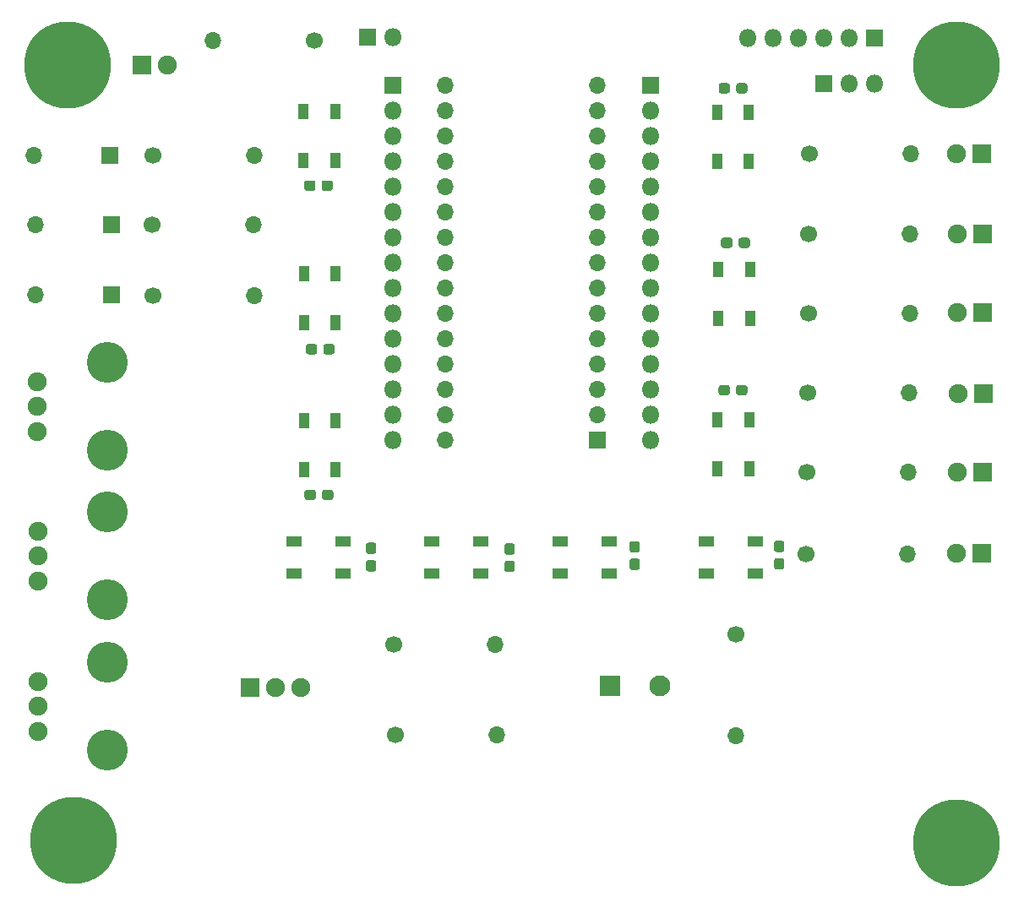
<source format=gbr>
%TF.GenerationSoftware,KiCad,Pcbnew,(5.1.6)-1*%
%TF.CreationDate,2021-11-13T00:29:39-05:00*%
%TF.ProjectId,ArduinoLearningBoard,41726475-696e-46f4-9c65-61726e696e67,rev?*%
%TF.SameCoordinates,Original*%
%TF.FileFunction,Soldermask,Top*%
%TF.FilePolarity,Negative*%
%FSLAX46Y46*%
G04 Gerber Fmt 4.6, Leading zero omitted, Abs format (unit mm)*
G04 Created by KiCad (PCBNEW (5.1.6)-1) date 2021-11-13 00:29:39*
%MOMM*%
%LPD*%
G01*
G04 APERTURE LIST*
%ADD10R,1.600000X1.100000*%
%ADD11R,1.700000X1.700000*%
%ADD12O,1.700000X1.700000*%
%ADD13R,2.100000X2.100000*%
%ADD14C,2.100000*%
%ADD15R,1.100000X1.600000*%
%ADD16R,1.900000X1.900000*%
%ADD17C,1.900000*%
%ADD18C,8.700000*%
%ADD19C,1.000000*%
%ADD20R,1.800000X1.800000*%
%ADD21O,1.800000X1.800000*%
%ADD22C,1.700000*%
%ADD23C,4.100000*%
%ADD24O,1.900000X1.900000*%
G04 APERTURE END LIST*
D10*
%TO.C,D17*%
X70150000Y-75160000D03*
X70150000Y-78360000D03*
X75050000Y-75160000D03*
X75050000Y-78360000D03*
%TD*%
%TO.C,D16*%
X83880000Y-75200000D03*
X83880000Y-78400000D03*
X88780000Y-75200000D03*
X88780000Y-78400000D03*
%TD*%
%TO.C,D15*%
X96810000Y-75170000D03*
X96810000Y-78370000D03*
X101710000Y-75170000D03*
X101710000Y-78370000D03*
%TD*%
%TO.C,C10*%
G36*
G01*
X77567500Y-77040000D02*
X78092500Y-77040000D01*
G75*
G02*
X78355000Y-77302500I0J-262500D01*
G01*
X78355000Y-77927500D01*
G75*
G02*
X78092500Y-78190000I-262500J0D01*
G01*
X77567500Y-78190000D01*
G75*
G02*
X77305000Y-77927500I0J262500D01*
G01*
X77305000Y-77302500D01*
G75*
G02*
X77567500Y-77040000I262500J0D01*
G01*
G37*
G36*
G01*
X77567500Y-75290000D02*
X78092500Y-75290000D01*
G75*
G02*
X78355000Y-75552500I0J-262500D01*
G01*
X78355000Y-76177500D01*
G75*
G02*
X78092500Y-76440000I-262500J0D01*
G01*
X77567500Y-76440000D01*
G75*
G02*
X77305000Y-76177500I0J262500D01*
G01*
X77305000Y-75552500D01*
G75*
G02*
X77567500Y-75290000I262500J0D01*
G01*
G37*
%TD*%
%TO.C,C9*%
G36*
G01*
X103977500Y-76885000D02*
X104502500Y-76885000D01*
G75*
G02*
X104765000Y-77147500I0J-262500D01*
G01*
X104765000Y-77772500D01*
G75*
G02*
X104502500Y-78035000I-262500J0D01*
G01*
X103977500Y-78035000D01*
G75*
G02*
X103715000Y-77772500I0J262500D01*
G01*
X103715000Y-77147500D01*
G75*
G02*
X103977500Y-76885000I262500J0D01*
G01*
G37*
G36*
G01*
X103977500Y-75135000D02*
X104502500Y-75135000D01*
G75*
G02*
X104765000Y-75397500I0J-262500D01*
G01*
X104765000Y-76022500D01*
G75*
G02*
X104502500Y-76285000I-262500J0D01*
G01*
X103977500Y-76285000D01*
G75*
G02*
X103715000Y-76022500I0J262500D01*
G01*
X103715000Y-75397500D01*
G75*
G02*
X103977500Y-75135000I262500J0D01*
G01*
G37*
%TD*%
%TO.C,C8*%
G36*
G01*
X91447500Y-77105000D02*
X91972500Y-77105000D01*
G75*
G02*
X92235000Y-77367500I0J-262500D01*
G01*
X92235000Y-77992500D01*
G75*
G02*
X91972500Y-78255000I-262500J0D01*
G01*
X91447500Y-78255000D01*
G75*
G02*
X91185000Y-77992500I0J262500D01*
G01*
X91185000Y-77367500D01*
G75*
G02*
X91447500Y-77105000I262500J0D01*
G01*
G37*
G36*
G01*
X91447500Y-75355000D02*
X91972500Y-75355000D01*
G75*
G02*
X92235000Y-75617500I0J-262500D01*
G01*
X92235000Y-76242500D01*
G75*
G02*
X91972500Y-76505000I-262500J0D01*
G01*
X91447500Y-76505000D01*
G75*
G02*
X91185000Y-76242500I0J262500D01*
G01*
X91185000Y-75617500D01*
G75*
G02*
X91447500Y-75355000I262500J0D01*
G01*
G37*
%TD*%
D11*
%TO.C,A1*%
X100540000Y-65040000D03*
D12*
X85300000Y-32020000D03*
X100540000Y-62500000D03*
X85300000Y-34560000D03*
X100540000Y-59960000D03*
X85300000Y-37100000D03*
X100540000Y-57420000D03*
X85300000Y-39640000D03*
X100540000Y-54880000D03*
X85300000Y-42180000D03*
X100540000Y-52340000D03*
X85300000Y-44720000D03*
X100540000Y-49800000D03*
X85300000Y-47260000D03*
X100540000Y-47260000D03*
X85300000Y-49800000D03*
X100540000Y-44720000D03*
X85300000Y-52340000D03*
X100540000Y-42180000D03*
X85300000Y-54880000D03*
X100540000Y-39640000D03*
X85300000Y-57420000D03*
X100540000Y-37100000D03*
X85300000Y-59960000D03*
X100540000Y-34560000D03*
X85300000Y-62500000D03*
X100540000Y-32020000D03*
X85300000Y-65040000D03*
X100540000Y-29480000D03*
X85300000Y-29480000D03*
%TD*%
%TO.C,C7*%
G36*
G01*
X72265000Y-39247500D02*
X72265000Y-39772500D01*
G75*
G02*
X72002500Y-40035000I-262500J0D01*
G01*
X71377500Y-40035000D01*
G75*
G02*
X71115000Y-39772500I0J262500D01*
G01*
X71115000Y-39247500D01*
G75*
G02*
X71377500Y-38985000I262500J0D01*
G01*
X72002500Y-38985000D01*
G75*
G02*
X72265000Y-39247500I0J-262500D01*
G01*
G37*
G36*
G01*
X74015000Y-39247500D02*
X74015000Y-39772500D01*
G75*
G02*
X73752500Y-40035000I-262500J0D01*
G01*
X73127500Y-40035000D01*
G75*
G02*
X72865000Y-39772500I0J262500D01*
G01*
X72865000Y-39247500D01*
G75*
G02*
X73127500Y-38985000I262500J0D01*
G01*
X73752500Y-38985000D01*
G75*
G02*
X74015000Y-39247500I0J-262500D01*
G01*
G37*
%TD*%
%TO.C,C6*%
G36*
G01*
X72435000Y-55637500D02*
X72435000Y-56162500D01*
G75*
G02*
X72172500Y-56425000I-262500J0D01*
G01*
X71547500Y-56425000D01*
G75*
G02*
X71285000Y-56162500I0J262500D01*
G01*
X71285000Y-55637500D01*
G75*
G02*
X71547500Y-55375000I262500J0D01*
G01*
X72172500Y-55375000D01*
G75*
G02*
X72435000Y-55637500I0J-262500D01*
G01*
G37*
G36*
G01*
X74185000Y-55637500D02*
X74185000Y-56162500D01*
G75*
G02*
X73922500Y-56425000I-262500J0D01*
G01*
X73297500Y-56425000D01*
G75*
G02*
X73035000Y-56162500I0J262500D01*
G01*
X73035000Y-55637500D01*
G75*
G02*
X73297500Y-55375000I262500J0D01*
G01*
X73922500Y-55375000D01*
G75*
G02*
X74185000Y-55637500I0J-262500D01*
G01*
G37*
%TD*%
%TO.C,C5*%
G36*
G01*
X72305000Y-70247500D02*
X72305000Y-70772500D01*
G75*
G02*
X72042500Y-71035000I-262500J0D01*
G01*
X71417500Y-71035000D01*
G75*
G02*
X71155000Y-70772500I0J262500D01*
G01*
X71155000Y-70247500D01*
G75*
G02*
X71417500Y-69985000I262500J0D01*
G01*
X72042500Y-69985000D01*
G75*
G02*
X72305000Y-70247500I0J-262500D01*
G01*
G37*
G36*
G01*
X74055000Y-70247500D02*
X74055000Y-70772500D01*
G75*
G02*
X73792500Y-71035000I-262500J0D01*
G01*
X73167500Y-71035000D01*
G75*
G02*
X72905000Y-70772500I0J262500D01*
G01*
X72905000Y-70247500D01*
G75*
G02*
X73167500Y-69985000I262500J0D01*
G01*
X73792500Y-69985000D01*
G75*
G02*
X74055000Y-70247500I0J-262500D01*
G01*
G37*
%TD*%
%TO.C,C4*%
G36*
G01*
X118467500Y-76845000D02*
X118992500Y-76845000D01*
G75*
G02*
X119255000Y-77107500I0J-262500D01*
G01*
X119255000Y-77732500D01*
G75*
G02*
X118992500Y-77995000I-262500J0D01*
G01*
X118467500Y-77995000D01*
G75*
G02*
X118205000Y-77732500I0J262500D01*
G01*
X118205000Y-77107500D01*
G75*
G02*
X118467500Y-76845000I262500J0D01*
G01*
G37*
G36*
G01*
X118467500Y-75095000D02*
X118992500Y-75095000D01*
G75*
G02*
X119255000Y-75357500I0J-262500D01*
G01*
X119255000Y-75982500D01*
G75*
G02*
X118992500Y-76245000I-262500J0D01*
G01*
X118467500Y-76245000D01*
G75*
G02*
X118205000Y-75982500I0J262500D01*
G01*
X118205000Y-75357500D01*
G75*
G02*
X118467500Y-75095000I262500J0D01*
G01*
G37*
%TD*%
%TO.C,C3*%
G36*
G01*
X114395000Y-60272500D02*
X114395000Y-59747500D01*
G75*
G02*
X114657500Y-59485000I262500J0D01*
G01*
X115282500Y-59485000D01*
G75*
G02*
X115545000Y-59747500I0J-262500D01*
G01*
X115545000Y-60272500D01*
G75*
G02*
X115282500Y-60535000I-262500J0D01*
G01*
X114657500Y-60535000D01*
G75*
G02*
X114395000Y-60272500I0J262500D01*
G01*
G37*
G36*
G01*
X112645000Y-60272500D02*
X112645000Y-59747500D01*
G75*
G02*
X112907500Y-59485000I262500J0D01*
G01*
X113532500Y-59485000D01*
G75*
G02*
X113795000Y-59747500I0J-262500D01*
G01*
X113795000Y-60272500D01*
G75*
G02*
X113532500Y-60535000I-262500J0D01*
G01*
X112907500Y-60535000D01*
G75*
G02*
X112645000Y-60272500I0J262500D01*
G01*
G37*
%TD*%
%TO.C,C2*%
G36*
G01*
X114655000Y-45502500D02*
X114655000Y-44977500D01*
G75*
G02*
X114917500Y-44715000I262500J0D01*
G01*
X115542500Y-44715000D01*
G75*
G02*
X115805000Y-44977500I0J-262500D01*
G01*
X115805000Y-45502500D01*
G75*
G02*
X115542500Y-45765000I-262500J0D01*
G01*
X114917500Y-45765000D01*
G75*
G02*
X114655000Y-45502500I0J262500D01*
G01*
G37*
G36*
G01*
X112905000Y-45502500D02*
X112905000Y-44977500D01*
G75*
G02*
X113167500Y-44715000I262500J0D01*
G01*
X113792500Y-44715000D01*
G75*
G02*
X114055000Y-44977500I0J-262500D01*
G01*
X114055000Y-45502500D01*
G75*
G02*
X113792500Y-45765000I-262500J0D01*
G01*
X113167500Y-45765000D01*
G75*
G02*
X112905000Y-45502500I0J262500D01*
G01*
G37*
%TD*%
%TO.C,C1*%
G36*
G01*
X114405000Y-30012500D02*
X114405000Y-29487500D01*
G75*
G02*
X114667500Y-29225000I262500J0D01*
G01*
X115292500Y-29225000D01*
G75*
G02*
X115555000Y-29487500I0J-262500D01*
G01*
X115555000Y-30012500D01*
G75*
G02*
X115292500Y-30275000I-262500J0D01*
G01*
X114667500Y-30275000D01*
G75*
G02*
X114405000Y-30012500I0J262500D01*
G01*
G37*
G36*
G01*
X112655000Y-30012500D02*
X112655000Y-29487500D01*
G75*
G02*
X112917500Y-29225000I262500J0D01*
G01*
X113542500Y-29225000D01*
G75*
G02*
X113805000Y-29487500I0J-262500D01*
G01*
X113805000Y-30012500D01*
G75*
G02*
X113542500Y-30275000I-262500J0D01*
G01*
X112917500Y-30275000D01*
G75*
G02*
X112655000Y-30012500I0J262500D01*
G01*
G37*
%TD*%
D13*
%TO.C,BZ1*%
X101790000Y-89610000D03*
D14*
X106790000Y-89610000D03*
%TD*%
D15*
%TO.C,D1*%
X115700000Y-32150000D03*
X112500000Y-32150000D03*
X115700000Y-37050000D03*
X112500000Y-37050000D03*
%TD*%
%TO.C,D2*%
X112630000Y-52850000D03*
X115830000Y-52850000D03*
X112630000Y-47950000D03*
X115830000Y-47950000D03*
%TD*%
%TO.C,D3*%
X115770000Y-63020000D03*
X112570000Y-63020000D03*
X115770000Y-67920000D03*
X112570000Y-67920000D03*
%TD*%
D10*
%TO.C,D4*%
X116320000Y-78400000D03*
X116320000Y-75200000D03*
X111420000Y-78400000D03*
X111420000Y-75200000D03*
%TD*%
D15*
%TO.C,D5*%
X74290000Y-63050000D03*
X71090000Y-63050000D03*
X74290000Y-67950000D03*
X71090000Y-67950000D03*
%TD*%
%TO.C,D6*%
X71090000Y-53240000D03*
X74290000Y-53240000D03*
X71090000Y-48340000D03*
X74290000Y-48340000D03*
%TD*%
%TO.C,D7*%
X74260000Y-32100000D03*
X71060000Y-32100000D03*
X74260000Y-37000000D03*
X71060000Y-37000000D03*
%TD*%
D16*
%TO.C,D8*%
X139060000Y-76400000D03*
D17*
X136520000Y-76400000D03*
%TD*%
%TO.C,D9*%
X136560000Y-68270000D03*
D16*
X139100000Y-68270000D03*
%TD*%
%TO.C,D10*%
X139190000Y-60340000D03*
D17*
X136650000Y-60340000D03*
%TD*%
%TO.C,D11*%
X136610000Y-52250000D03*
D16*
X139150000Y-52250000D03*
%TD*%
%TO.C,D12*%
X139110000Y-44330000D03*
D17*
X136570000Y-44330000D03*
%TD*%
%TO.C,D13*%
X136490000Y-36280000D03*
D16*
X139030000Y-36280000D03*
%TD*%
%TO.C,D14*%
X54830000Y-27380000D03*
D17*
X57370000Y-27380000D03*
%TD*%
D18*
%TO.C,H1*%
X47980000Y-105170000D03*
D19*
X51205000Y-105170000D03*
X50260419Y-107450419D03*
X47980000Y-108395000D03*
X45699581Y-107450419D03*
X44755000Y-105170000D03*
X45699581Y-102889581D03*
X47980000Y-101945000D03*
X50260419Y-102889581D03*
%TD*%
%TO.C,H2*%
X138760419Y-25139581D03*
X136480000Y-24195000D03*
X134199581Y-25139581D03*
X133255000Y-27420000D03*
X134199581Y-29700419D03*
X136480000Y-30645000D03*
X138760419Y-29700419D03*
X139705000Y-27420000D03*
D18*
X136480000Y-27420000D03*
%TD*%
%TO.C,H3*%
X47440000Y-27390000D03*
D19*
X50665000Y-27390000D03*
X49720419Y-29670419D03*
X47440000Y-30615000D03*
X45159581Y-29670419D03*
X44215000Y-27390000D03*
X45159581Y-25109581D03*
X47440000Y-24165000D03*
X49720419Y-25109581D03*
%TD*%
%TO.C,H4*%
X138760419Y-103119581D03*
X136480000Y-102175000D03*
X134199581Y-103119581D03*
X133255000Y-105400000D03*
X134199581Y-107680419D03*
X136480000Y-108625000D03*
X138760419Y-107680419D03*
X139705000Y-105400000D03*
D18*
X136480000Y-105400000D03*
%TD*%
D20*
%TO.C,J1*%
X79980000Y-29460000D03*
D21*
X79980000Y-32000000D03*
X79980000Y-34540000D03*
X79980000Y-37080000D03*
X79980000Y-39620000D03*
X79980000Y-42160000D03*
X79980000Y-44700000D03*
X79980000Y-47240000D03*
X79980000Y-49780000D03*
X79980000Y-52320000D03*
X79980000Y-54860000D03*
X79980000Y-57400000D03*
X79980000Y-59940000D03*
X79980000Y-62480000D03*
X79980000Y-65020000D03*
%TD*%
%TO.C,J2*%
X105860000Y-65050000D03*
X105860000Y-62510000D03*
X105860000Y-59970000D03*
X105860000Y-57430000D03*
X105860000Y-54890000D03*
X105860000Y-52350000D03*
X105860000Y-49810000D03*
X105860000Y-47270000D03*
X105860000Y-44730000D03*
X105860000Y-42190000D03*
X105860000Y-39650000D03*
X105860000Y-37110000D03*
X105860000Y-34570000D03*
X105860000Y-32030000D03*
D20*
X105860000Y-29490000D03*
%TD*%
%TO.C,J3*%
X77510000Y-24660000D03*
D21*
X80050000Y-24660000D03*
%TD*%
D20*
%TO.C,J5*%
X128240000Y-24700000D03*
D21*
X125700000Y-24700000D03*
X123160000Y-24700000D03*
X120620000Y-24700000D03*
X118080000Y-24700000D03*
X115540000Y-24700000D03*
%TD*%
D20*
%TO.C,J6*%
X123160000Y-29280000D03*
D21*
X125700000Y-29280000D03*
X128240000Y-29280000D03*
%TD*%
D22*
%TO.C,R1*%
X114380000Y-84510000D03*
D12*
X114380000Y-94670000D03*
%TD*%
%TO.C,R2*%
X131550000Y-76460000D03*
D22*
X121390000Y-76460000D03*
%TD*%
%TO.C,R3*%
X80240000Y-94590000D03*
D12*
X90400000Y-94590000D03*
%TD*%
D22*
%TO.C,R4*%
X56010000Y-36440000D03*
D12*
X66170000Y-36440000D03*
%TD*%
%TO.C,R5*%
X131680000Y-68230000D03*
D22*
X121520000Y-68230000D03*
%TD*%
D12*
%TO.C,R6*%
X90290000Y-85480000D03*
D22*
X80130000Y-85480000D03*
%TD*%
D12*
%TO.C,R7*%
X131760000Y-60310000D03*
D22*
X121600000Y-60310000D03*
%TD*%
%TO.C,R8*%
X55910000Y-43450000D03*
D12*
X66070000Y-43450000D03*
%TD*%
D22*
%TO.C,R9*%
X121690000Y-52310000D03*
D12*
X131850000Y-52310000D03*
%TD*%
D22*
%TO.C,R10*%
X121690000Y-44340000D03*
D12*
X131850000Y-44340000D03*
%TD*%
%TO.C,R11*%
X66150000Y-50500000D03*
D22*
X55990000Y-50500000D03*
%TD*%
D12*
%TO.C,R12*%
X131930000Y-36340000D03*
D22*
X121770000Y-36340000D03*
%TD*%
%TO.C,R13*%
X72130000Y-24970000D03*
D12*
X61970000Y-24970000D03*
%TD*%
D23*
%TO.C,RV1*%
X51400000Y-66050000D03*
X51400000Y-57250000D03*
D17*
X44400000Y-64150000D03*
X44400000Y-61650000D03*
X44400000Y-59150000D03*
%TD*%
%TO.C,RV2*%
X44440000Y-74150000D03*
X44440000Y-76650000D03*
X44440000Y-79150000D03*
D23*
X51440000Y-72250000D03*
X51440000Y-81050000D03*
%TD*%
D17*
%TO.C,RV3*%
X44440000Y-89210000D03*
X44440000Y-91710000D03*
X44440000Y-94210000D03*
D23*
X51440000Y-87310000D03*
X51440000Y-96110000D03*
%TD*%
D11*
%TO.C,SW1*%
X51680000Y-36460000D03*
D12*
X44060000Y-36460000D03*
%TD*%
%TO.C,SW2*%
X44180000Y-43410000D03*
D11*
X51800000Y-43410000D03*
%TD*%
%TO.C,SW3*%
X51820000Y-50450000D03*
D12*
X44200000Y-50450000D03*
%TD*%
D16*
%TO.C,TH1*%
X65740000Y-89790000D03*
D24*
X68280000Y-89790000D03*
X70820000Y-89790000D03*
%TD*%
M02*

</source>
